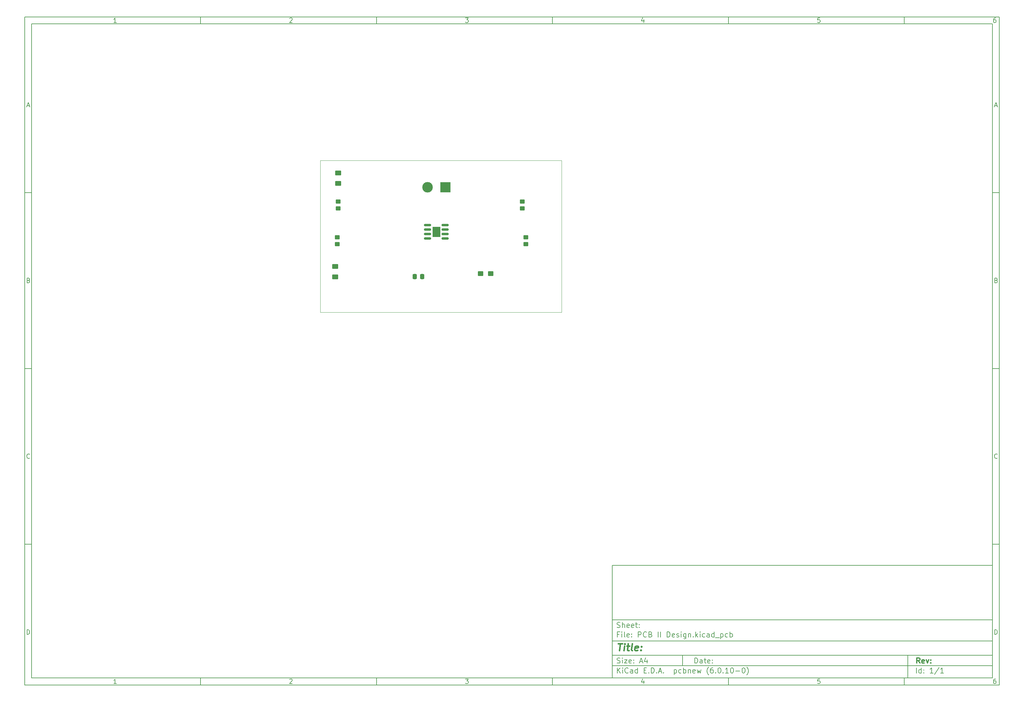
<source format=gbr>
%TF.GenerationSoftware,KiCad,Pcbnew,(6.0.10-0)*%
%TF.CreationDate,2023-02-24T22:40:58-08:00*%
%TF.ProjectId,PCB II Design,50434220-4949-4204-9465-7369676e2e6b,rev?*%
%TF.SameCoordinates,Original*%
%TF.FileFunction,Soldermask,Top*%
%TF.FilePolarity,Negative*%
%FSLAX46Y46*%
G04 Gerber Fmt 4.6, Leading zero omitted, Abs format (unit mm)*
G04 Created by KiCad (PCBNEW (6.0.10-0)) date 2023-02-24 22:40:58*
%MOMM*%
%LPD*%
G01*
G04 APERTURE LIST*
G04 Aperture macros list*
%AMRoundRect*
0 Rectangle with rounded corners*
0 $1 Rounding radius*
0 $2 $3 $4 $5 $6 $7 $8 $9 X,Y pos of 4 corners*
0 Add a 4 corners polygon primitive as box body*
4,1,4,$2,$3,$4,$5,$6,$7,$8,$9,$2,$3,0*
0 Add four circle primitives for the rounded corners*
1,1,$1+$1,$2,$3*
1,1,$1+$1,$4,$5*
1,1,$1+$1,$6,$7*
1,1,$1+$1,$8,$9*
0 Add four rect primitives between the rounded corners*
20,1,$1+$1,$2,$3,$4,$5,0*
20,1,$1+$1,$4,$5,$6,$7,0*
20,1,$1+$1,$6,$7,$8,$9,0*
20,1,$1+$1,$8,$9,$2,$3,0*%
G04 Aperture macros list end*
%ADD10C,0.100000*%
%ADD11C,0.150000*%
%ADD12C,0.300000*%
%ADD13C,0.400000*%
%TA.AperFunction,Profile*%
%ADD14C,0.100000*%
%TD*%
%ADD15RoundRect,0.250000X-0.450000X0.350000X-0.450000X-0.350000X0.450000X-0.350000X0.450000X0.350000X0*%
%ADD16RoundRect,0.250000X0.337500X0.475000X-0.337500X0.475000X-0.337500X-0.475000X0.337500X-0.475000X0*%
%ADD17RoundRect,0.250001X0.624999X-0.462499X0.624999X0.462499X-0.624999X0.462499X-0.624999X-0.462499X0*%
%ADD18RoundRect,0.150000X-0.825000X-0.150000X0.825000X-0.150000X0.825000X0.150000X-0.825000X0.150000X0*%
%ADD19R,2.290000X3.000000*%
%ADD20RoundRect,0.250000X0.537500X0.425000X-0.537500X0.425000X-0.537500X-0.425000X0.537500X-0.425000X0*%
%ADD21R,3.000000X3.000000*%
%ADD22C,3.000000*%
G04 APERTURE END LIST*
D10*
D11*
X177002200Y-166007200D02*
X177002200Y-198007200D01*
X285002200Y-198007200D01*
X285002200Y-166007200D01*
X177002200Y-166007200D01*
D10*
D11*
X10000000Y-10000000D02*
X10000000Y-200007200D01*
X287002200Y-200007200D01*
X287002200Y-10000000D01*
X10000000Y-10000000D01*
D10*
D11*
X12000000Y-12000000D02*
X12000000Y-198007200D01*
X285002200Y-198007200D01*
X285002200Y-12000000D01*
X12000000Y-12000000D01*
D10*
D11*
X60000000Y-12000000D02*
X60000000Y-10000000D01*
D10*
D11*
X110000000Y-12000000D02*
X110000000Y-10000000D01*
D10*
D11*
X160000000Y-12000000D02*
X160000000Y-10000000D01*
D10*
D11*
X210000000Y-12000000D02*
X210000000Y-10000000D01*
D10*
D11*
X260000000Y-12000000D02*
X260000000Y-10000000D01*
D10*
D11*
X36065476Y-11588095D02*
X35322619Y-11588095D01*
X35694047Y-11588095D02*
X35694047Y-10288095D01*
X35570238Y-10473809D01*
X35446428Y-10597619D01*
X35322619Y-10659523D01*
D10*
D11*
X85322619Y-10411904D02*
X85384523Y-10350000D01*
X85508333Y-10288095D01*
X85817857Y-10288095D01*
X85941666Y-10350000D01*
X86003571Y-10411904D01*
X86065476Y-10535714D01*
X86065476Y-10659523D01*
X86003571Y-10845238D01*
X85260714Y-11588095D01*
X86065476Y-11588095D01*
D10*
D11*
X135260714Y-10288095D02*
X136065476Y-10288095D01*
X135632142Y-10783333D01*
X135817857Y-10783333D01*
X135941666Y-10845238D01*
X136003571Y-10907142D01*
X136065476Y-11030952D01*
X136065476Y-11340476D01*
X136003571Y-11464285D01*
X135941666Y-11526190D01*
X135817857Y-11588095D01*
X135446428Y-11588095D01*
X135322619Y-11526190D01*
X135260714Y-11464285D01*
D10*
D11*
X185941666Y-10721428D02*
X185941666Y-11588095D01*
X185632142Y-10226190D02*
X185322619Y-11154761D01*
X186127380Y-11154761D01*
D10*
D11*
X236003571Y-10288095D02*
X235384523Y-10288095D01*
X235322619Y-10907142D01*
X235384523Y-10845238D01*
X235508333Y-10783333D01*
X235817857Y-10783333D01*
X235941666Y-10845238D01*
X236003571Y-10907142D01*
X236065476Y-11030952D01*
X236065476Y-11340476D01*
X236003571Y-11464285D01*
X235941666Y-11526190D01*
X235817857Y-11588095D01*
X235508333Y-11588095D01*
X235384523Y-11526190D01*
X235322619Y-11464285D01*
D10*
D11*
X285941666Y-10288095D02*
X285694047Y-10288095D01*
X285570238Y-10350000D01*
X285508333Y-10411904D01*
X285384523Y-10597619D01*
X285322619Y-10845238D01*
X285322619Y-11340476D01*
X285384523Y-11464285D01*
X285446428Y-11526190D01*
X285570238Y-11588095D01*
X285817857Y-11588095D01*
X285941666Y-11526190D01*
X286003571Y-11464285D01*
X286065476Y-11340476D01*
X286065476Y-11030952D01*
X286003571Y-10907142D01*
X285941666Y-10845238D01*
X285817857Y-10783333D01*
X285570238Y-10783333D01*
X285446428Y-10845238D01*
X285384523Y-10907142D01*
X285322619Y-11030952D01*
D10*
D11*
X60000000Y-198007200D02*
X60000000Y-200007200D01*
D10*
D11*
X110000000Y-198007200D02*
X110000000Y-200007200D01*
D10*
D11*
X160000000Y-198007200D02*
X160000000Y-200007200D01*
D10*
D11*
X210000000Y-198007200D02*
X210000000Y-200007200D01*
D10*
D11*
X260000000Y-198007200D02*
X260000000Y-200007200D01*
D10*
D11*
X36065476Y-199595295D02*
X35322619Y-199595295D01*
X35694047Y-199595295D02*
X35694047Y-198295295D01*
X35570238Y-198481009D01*
X35446428Y-198604819D01*
X35322619Y-198666723D01*
D10*
D11*
X85322619Y-198419104D02*
X85384523Y-198357200D01*
X85508333Y-198295295D01*
X85817857Y-198295295D01*
X85941666Y-198357200D01*
X86003571Y-198419104D01*
X86065476Y-198542914D01*
X86065476Y-198666723D01*
X86003571Y-198852438D01*
X85260714Y-199595295D01*
X86065476Y-199595295D01*
D10*
D11*
X135260714Y-198295295D02*
X136065476Y-198295295D01*
X135632142Y-198790533D01*
X135817857Y-198790533D01*
X135941666Y-198852438D01*
X136003571Y-198914342D01*
X136065476Y-199038152D01*
X136065476Y-199347676D01*
X136003571Y-199471485D01*
X135941666Y-199533390D01*
X135817857Y-199595295D01*
X135446428Y-199595295D01*
X135322619Y-199533390D01*
X135260714Y-199471485D01*
D10*
D11*
X185941666Y-198728628D02*
X185941666Y-199595295D01*
X185632142Y-198233390D02*
X185322619Y-199161961D01*
X186127380Y-199161961D01*
D10*
D11*
X236003571Y-198295295D02*
X235384523Y-198295295D01*
X235322619Y-198914342D01*
X235384523Y-198852438D01*
X235508333Y-198790533D01*
X235817857Y-198790533D01*
X235941666Y-198852438D01*
X236003571Y-198914342D01*
X236065476Y-199038152D01*
X236065476Y-199347676D01*
X236003571Y-199471485D01*
X235941666Y-199533390D01*
X235817857Y-199595295D01*
X235508333Y-199595295D01*
X235384523Y-199533390D01*
X235322619Y-199471485D01*
D10*
D11*
X285941666Y-198295295D02*
X285694047Y-198295295D01*
X285570238Y-198357200D01*
X285508333Y-198419104D01*
X285384523Y-198604819D01*
X285322619Y-198852438D01*
X285322619Y-199347676D01*
X285384523Y-199471485D01*
X285446428Y-199533390D01*
X285570238Y-199595295D01*
X285817857Y-199595295D01*
X285941666Y-199533390D01*
X286003571Y-199471485D01*
X286065476Y-199347676D01*
X286065476Y-199038152D01*
X286003571Y-198914342D01*
X285941666Y-198852438D01*
X285817857Y-198790533D01*
X285570238Y-198790533D01*
X285446428Y-198852438D01*
X285384523Y-198914342D01*
X285322619Y-199038152D01*
D10*
D11*
X10000000Y-60000000D02*
X12000000Y-60000000D01*
D10*
D11*
X10000000Y-110000000D02*
X12000000Y-110000000D01*
D10*
D11*
X10000000Y-160000000D02*
X12000000Y-160000000D01*
D10*
D11*
X10690476Y-35216666D02*
X11309523Y-35216666D01*
X10566666Y-35588095D02*
X11000000Y-34288095D01*
X11433333Y-35588095D01*
D10*
D11*
X11092857Y-84907142D02*
X11278571Y-84969047D01*
X11340476Y-85030952D01*
X11402380Y-85154761D01*
X11402380Y-85340476D01*
X11340476Y-85464285D01*
X11278571Y-85526190D01*
X11154761Y-85588095D01*
X10659523Y-85588095D01*
X10659523Y-84288095D01*
X11092857Y-84288095D01*
X11216666Y-84350000D01*
X11278571Y-84411904D01*
X11340476Y-84535714D01*
X11340476Y-84659523D01*
X11278571Y-84783333D01*
X11216666Y-84845238D01*
X11092857Y-84907142D01*
X10659523Y-84907142D01*
D10*
D11*
X11402380Y-135464285D02*
X11340476Y-135526190D01*
X11154761Y-135588095D01*
X11030952Y-135588095D01*
X10845238Y-135526190D01*
X10721428Y-135402380D01*
X10659523Y-135278571D01*
X10597619Y-135030952D01*
X10597619Y-134845238D01*
X10659523Y-134597619D01*
X10721428Y-134473809D01*
X10845238Y-134350000D01*
X11030952Y-134288095D01*
X11154761Y-134288095D01*
X11340476Y-134350000D01*
X11402380Y-134411904D01*
D10*
D11*
X10659523Y-185588095D02*
X10659523Y-184288095D01*
X10969047Y-184288095D01*
X11154761Y-184350000D01*
X11278571Y-184473809D01*
X11340476Y-184597619D01*
X11402380Y-184845238D01*
X11402380Y-185030952D01*
X11340476Y-185278571D01*
X11278571Y-185402380D01*
X11154761Y-185526190D01*
X10969047Y-185588095D01*
X10659523Y-185588095D01*
D10*
D11*
X287002200Y-60000000D02*
X285002200Y-60000000D01*
D10*
D11*
X287002200Y-110000000D02*
X285002200Y-110000000D01*
D10*
D11*
X287002200Y-160000000D02*
X285002200Y-160000000D01*
D10*
D11*
X285692676Y-35216666D02*
X286311723Y-35216666D01*
X285568866Y-35588095D02*
X286002200Y-34288095D01*
X286435533Y-35588095D01*
D10*
D11*
X286095057Y-84907142D02*
X286280771Y-84969047D01*
X286342676Y-85030952D01*
X286404580Y-85154761D01*
X286404580Y-85340476D01*
X286342676Y-85464285D01*
X286280771Y-85526190D01*
X286156961Y-85588095D01*
X285661723Y-85588095D01*
X285661723Y-84288095D01*
X286095057Y-84288095D01*
X286218866Y-84350000D01*
X286280771Y-84411904D01*
X286342676Y-84535714D01*
X286342676Y-84659523D01*
X286280771Y-84783333D01*
X286218866Y-84845238D01*
X286095057Y-84907142D01*
X285661723Y-84907142D01*
D10*
D11*
X286404580Y-135464285D02*
X286342676Y-135526190D01*
X286156961Y-135588095D01*
X286033152Y-135588095D01*
X285847438Y-135526190D01*
X285723628Y-135402380D01*
X285661723Y-135278571D01*
X285599819Y-135030952D01*
X285599819Y-134845238D01*
X285661723Y-134597619D01*
X285723628Y-134473809D01*
X285847438Y-134350000D01*
X286033152Y-134288095D01*
X286156961Y-134288095D01*
X286342676Y-134350000D01*
X286404580Y-134411904D01*
D10*
D11*
X285661723Y-185588095D02*
X285661723Y-184288095D01*
X285971247Y-184288095D01*
X286156961Y-184350000D01*
X286280771Y-184473809D01*
X286342676Y-184597619D01*
X286404580Y-184845238D01*
X286404580Y-185030952D01*
X286342676Y-185278571D01*
X286280771Y-185402380D01*
X286156961Y-185526190D01*
X285971247Y-185588095D01*
X285661723Y-185588095D01*
D10*
D11*
X200434342Y-193785771D02*
X200434342Y-192285771D01*
X200791485Y-192285771D01*
X201005771Y-192357200D01*
X201148628Y-192500057D01*
X201220057Y-192642914D01*
X201291485Y-192928628D01*
X201291485Y-193142914D01*
X201220057Y-193428628D01*
X201148628Y-193571485D01*
X201005771Y-193714342D01*
X200791485Y-193785771D01*
X200434342Y-193785771D01*
X202577200Y-193785771D02*
X202577200Y-193000057D01*
X202505771Y-192857200D01*
X202362914Y-192785771D01*
X202077200Y-192785771D01*
X201934342Y-192857200D01*
X202577200Y-193714342D02*
X202434342Y-193785771D01*
X202077200Y-193785771D01*
X201934342Y-193714342D01*
X201862914Y-193571485D01*
X201862914Y-193428628D01*
X201934342Y-193285771D01*
X202077200Y-193214342D01*
X202434342Y-193214342D01*
X202577200Y-193142914D01*
X203077200Y-192785771D02*
X203648628Y-192785771D01*
X203291485Y-192285771D02*
X203291485Y-193571485D01*
X203362914Y-193714342D01*
X203505771Y-193785771D01*
X203648628Y-193785771D01*
X204720057Y-193714342D02*
X204577200Y-193785771D01*
X204291485Y-193785771D01*
X204148628Y-193714342D01*
X204077200Y-193571485D01*
X204077200Y-193000057D01*
X204148628Y-192857200D01*
X204291485Y-192785771D01*
X204577200Y-192785771D01*
X204720057Y-192857200D01*
X204791485Y-193000057D01*
X204791485Y-193142914D01*
X204077200Y-193285771D01*
X205434342Y-193642914D02*
X205505771Y-193714342D01*
X205434342Y-193785771D01*
X205362914Y-193714342D01*
X205434342Y-193642914D01*
X205434342Y-193785771D01*
X205434342Y-192857200D02*
X205505771Y-192928628D01*
X205434342Y-193000057D01*
X205362914Y-192928628D01*
X205434342Y-192857200D01*
X205434342Y-193000057D01*
D10*
D11*
X177002200Y-194507200D02*
X285002200Y-194507200D01*
D10*
D11*
X178434342Y-196585771D02*
X178434342Y-195085771D01*
X179291485Y-196585771D02*
X178648628Y-195728628D01*
X179291485Y-195085771D02*
X178434342Y-195942914D01*
X179934342Y-196585771D02*
X179934342Y-195585771D01*
X179934342Y-195085771D02*
X179862914Y-195157200D01*
X179934342Y-195228628D01*
X180005771Y-195157200D01*
X179934342Y-195085771D01*
X179934342Y-195228628D01*
X181505771Y-196442914D02*
X181434342Y-196514342D01*
X181220057Y-196585771D01*
X181077200Y-196585771D01*
X180862914Y-196514342D01*
X180720057Y-196371485D01*
X180648628Y-196228628D01*
X180577200Y-195942914D01*
X180577200Y-195728628D01*
X180648628Y-195442914D01*
X180720057Y-195300057D01*
X180862914Y-195157200D01*
X181077200Y-195085771D01*
X181220057Y-195085771D01*
X181434342Y-195157200D01*
X181505771Y-195228628D01*
X182791485Y-196585771D02*
X182791485Y-195800057D01*
X182720057Y-195657200D01*
X182577200Y-195585771D01*
X182291485Y-195585771D01*
X182148628Y-195657200D01*
X182791485Y-196514342D02*
X182648628Y-196585771D01*
X182291485Y-196585771D01*
X182148628Y-196514342D01*
X182077200Y-196371485D01*
X182077200Y-196228628D01*
X182148628Y-196085771D01*
X182291485Y-196014342D01*
X182648628Y-196014342D01*
X182791485Y-195942914D01*
X184148628Y-196585771D02*
X184148628Y-195085771D01*
X184148628Y-196514342D02*
X184005771Y-196585771D01*
X183720057Y-196585771D01*
X183577200Y-196514342D01*
X183505771Y-196442914D01*
X183434342Y-196300057D01*
X183434342Y-195871485D01*
X183505771Y-195728628D01*
X183577200Y-195657200D01*
X183720057Y-195585771D01*
X184005771Y-195585771D01*
X184148628Y-195657200D01*
X186005771Y-195800057D02*
X186505771Y-195800057D01*
X186720057Y-196585771D02*
X186005771Y-196585771D01*
X186005771Y-195085771D01*
X186720057Y-195085771D01*
X187362914Y-196442914D02*
X187434342Y-196514342D01*
X187362914Y-196585771D01*
X187291485Y-196514342D01*
X187362914Y-196442914D01*
X187362914Y-196585771D01*
X188077200Y-196585771D02*
X188077200Y-195085771D01*
X188434342Y-195085771D01*
X188648628Y-195157200D01*
X188791485Y-195300057D01*
X188862914Y-195442914D01*
X188934342Y-195728628D01*
X188934342Y-195942914D01*
X188862914Y-196228628D01*
X188791485Y-196371485D01*
X188648628Y-196514342D01*
X188434342Y-196585771D01*
X188077200Y-196585771D01*
X189577200Y-196442914D02*
X189648628Y-196514342D01*
X189577200Y-196585771D01*
X189505771Y-196514342D01*
X189577200Y-196442914D01*
X189577200Y-196585771D01*
X190220057Y-196157200D02*
X190934342Y-196157200D01*
X190077200Y-196585771D02*
X190577200Y-195085771D01*
X191077200Y-196585771D01*
X191577200Y-196442914D02*
X191648628Y-196514342D01*
X191577200Y-196585771D01*
X191505771Y-196514342D01*
X191577200Y-196442914D01*
X191577200Y-196585771D01*
X194577200Y-195585771D02*
X194577200Y-197085771D01*
X194577200Y-195657200D02*
X194720057Y-195585771D01*
X195005771Y-195585771D01*
X195148628Y-195657200D01*
X195220057Y-195728628D01*
X195291485Y-195871485D01*
X195291485Y-196300057D01*
X195220057Y-196442914D01*
X195148628Y-196514342D01*
X195005771Y-196585771D01*
X194720057Y-196585771D01*
X194577200Y-196514342D01*
X196577200Y-196514342D02*
X196434342Y-196585771D01*
X196148628Y-196585771D01*
X196005771Y-196514342D01*
X195934342Y-196442914D01*
X195862914Y-196300057D01*
X195862914Y-195871485D01*
X195934342Y-195728628D01*
X196005771Y-195657200D01*
X196148628Y-195585771D01*
X196434342Y-195585771D01*
X196577200Y-195657200D01*
X197220057Y-196585771D02*
X197220057Y-195085771D01*
X197220057Y-195657200D02*
X197362914Y-195585771D01*
X197648628Y-195585771D01*
X197791485Y-195657200D01*
X197862914Y-195728628D01*
X197934342Y-195871485D01*
X197934342Y-196300057D01*
X197862914Y-196442914D01*
X197791485Y-196514342D01*
X197648628Y-196585771D01*
X197362914Y-196585771D01*
X197220057Y-196514342D01*
X198577200Y-195585771D02*
X198577200Y-196585771D01*
X198577200Y-195728628D02*
X198648628Y-195657200D01*
X198791485Y-195585771D01*
X199005771Y-195585771D01*
X199148628Y-195657200D01*
X199220057Y-195800057D01*
X199220057Y-196585771D01*
X200505771Y-196514342D02*
X200362914Y-196585771D01*
X200077200Y-196585771D01*
X199934342Y-196514342D01*
X199862914Y-196371485D01*
X199862914Y-195800057D01*
X199934342Y-195657200D01*
X200077200Y-195585771D01*
X200362914Y-195585771D01*
X200505771Y-195657200D01*
X200577200Y-195800057D01*
X200577200Y-195942914D01*
X199862914Y-196085771D01*
X201077200Y-195585771D02*
X201362914Y-196585771D01*
X201648628Y-195871485D01*
X201934342Y-196585771D01*
X202220057Y-195585771D01*
X204362914Y-197157200D02*
X204291485Y-197085771D01*
X204148628Y-196871485D01*
X204077200Y-196728628D01*
X204005771Y-196514342D01*
X203934342Y-196157200D01*
X203934342Y-195871485D01*
X204005771Y-195514342D01*
X204077200Y-195300057D01*
X204148628Y-195157200D01*
X204291485Y-194942914D01*
X204362914Y-194871485D01*
X205577200Y-195085771D02*
X205291485Y-195085771D01*
X205148628Y-195157200D01*
X205077200Y-195228628D01*
X204934342Y-195442914D01*
X204862914Y-195728628D01*
X204862914Y-196300057D01*
X204934342Y-196442914D01*
X205005771Y-196514342D01*
X205148628Y-196585771D01*
X205434342Y-196585771D01*
X205577200Y-196514342D01*
X205648628Y-196442914D01*
X205720057Y-196300057D01*
X205720057Y-195942914D01*
X205648628Y-195800057D01*
X205577200Y-195728628D01*
X205434342Y-195657200D01*
X205148628Y-195657200D01*
X205005771Y-195728628D01*
X204934342Y-195800057D01*
X204862914Y-195942914D01*
X206362914Y-196442914D02*
X206434342Y-196514342D01*
X206362914Y-196585771D01*
X206291485Y-196514342D01*
X206362914Y-196442914D01*
X206362914Y-196585771D01*
X207362914Y-195085771D02*
X207505771Y-195085771D01*
X207648628Y-195157200D01*
X207720057Y-195228628D01*
X207791485Y-195371485D01*
X207862914Y-195657200D01*
X207862914Y-196014342D01*
X207791485Y-196300057D01*
X207720057Y-196442914D01*
X207648628Y-196514342D01*
X207505771Y-196585771D01*
X207362914Y-196585771D01*
X207220057Y-196514342D01*
X207148628Y-196442914D01*
X207077200Y-196300057D01*
X207005771Y-196014342D01*
X207005771Y-195657200D01*
X207077200Y-195371485D01*
X207148628Y-195228628D01*
X207220057Y-195157200D01*
X207362914Y-195085771D01*
X208505771Y-196442914D02*
X208577200Y-196514342D01*
X208505771Y-196585771D01*
X208434342Y-196514342D01*
X208505771Y-196442914D01*
X208505771Y-196585771D01*
X210005771Y-196585771D02*
X209148628Y-196585771D01*
X209577200Y-196585771D02*
X209577200Y-195085771D01*
X209434342Y-195300057D01*
X209291485Y-195442914D01*
X209148628Y-195514342D01*
X210934342Y-195085771D02*
X211077200Y-195085771D01*
X211220057Y-195157200D01*
X211291485Y-195228628D01*
X211362914Y-195371485D01*
X211434342Y-195657200D01*
X211434342Y-196014342D01*
X211362914Y-196300057D01*
X211291485Y-196442914D01*
X211220057Y-196514342D01*
X211077200Y-196585771D01*
X210934342Y-196585771D01*
X210791485Y-196514342D01*
X210720057Y-196442914D01*
X210648628Y-196300057D01*
X210577200Y-196014342D01*
X210577200Y-195657200D01*
X210648628Y-195371485D01*
X210720057Y-195228628D01*
X210791485Y-195157200D01*
X210934342Y-195085771D01*
X212077200Y-196014342D02*
X213220057Y-196014342D01*
X214220057Y-195085771D02*
X214362914Y-195085771D01*
X214505771Y-195157200D01*
X214577200Y-195228628D01*
X214648628Y-195371485D01*
X214720057Y-195657200D01*
X214720057Y-196014342D01*
X214648628Y-196300057D01*
X214577200Y-196442914D01*
X214505771Y-196514342D01*
X214362914Y-196585771D01*
X214220057Y-196585771D01*
X214077200Y-196514342D01*
X214005771Y-196442914D01*
X213934342Y-196300057D01*
X213862914Y-196014342D01*
X213862914Y-195657200D01*
X213934342Y-195371485D01*
X214005771Y-195228628D01*
X214077200Y-195157200D01*
X214220057Y-195085771D01*
X215220057Y-197157200D02*
X215291485Y-197085771D01*
X215434342Y-196871485D01*
X215505771Y-196728628D01*
X215577200Y-196514342D01*
X215648628Y-196157200D01*
X215648628Y-195871485D01*
X215577200Y-195514342D01*
X215505771Y-195300057D01*
X215434342Y-195157200D01*
X215291485Y-194942914D01*
X215220057Y-194871485D01*
D10*
D11*
X177002200Y-191507200D02*
X285002200Y-191507200D01*
D10*
D12*
X264411485Y-193785771D02*
X263911485Y-193071485D01*
X263554342Y-193785771D02*
X263554342Y-192285771D01*
X264125771Y-192285771D01*
X264268628Y-192357200D01*
X264340057Y-192428628D01*
X264411485Y-192571485D01*
X264411485Y-192785771D01*
X264340057Y-192928628D01*
X264268628Y-193000057D01*
X264125771Y-193071485D01*
X263554342Y-193071485D01*
X265625771Y-193714342D02*
X265482914Y-193785771D01*
X265197200Y-193785771D01*
X265054342Y-193714342D01*
X264982914Y-193571485D01*
X264982914Y-193000057D01*
X265054342Y-192857200D01*
X265197200Y-192785771D01*
X265482914Y-192785771D01*
X265625771Y-192857200D01*
X265697200Y-193000057D01*
X265697200Y-193142914D01*
X264982914Y-193285771D01*
X266197200Y-192785771D02*
X266554342Y-193785771D01*
X266911485Y-192785771D01*
X267482914Y-193642914D02*
X267554342Y-193714342D01*
X267482914Y-193785771D01*
X267411485Y-193714342D01*
X267482914Y-193642914D01*
X267482914Y-193785771D01*
X267482914Y-192857200D02*
X267554342Y-192928628D01*
X267482914Y-193000057D01*
X267411485Y-192928628D01*
X267482914Y-192857200D01*
X267482914Y-193000057D01*
D10*
D11*
X178362914Y-193714342D02*
X178577200Y-193785771D01*
X178934342Y-193785771D01*
X179077200Y-193714342D01*
X179148628Y-193642914D01*
X179220057Y-193500057D01*
X179220057Y-193357200D01*
X179148628Y-193214342D01*
X179077200Y-193142914D01*
X178934342Y-193071485D01*
X178648628Y-193000057D01*
X178505771Y-192928628D01*
X178434342Y-192857200D01*
X178362914Y-192714342D01*
X178362914Y-192571485D01*
X178434342Y-192428628D01*
X178505771Y-192357200D01*
X178648628Y-192285771D01*
X179005771Y-192285771D01*
X179220057Y-192357200D01*
X179862914Y-193785771D02*
X179862914Y-192785771D01*
X179862914Y-192285771D02*
X179791485Y-192357200D01*
X179862914Y-192428628D01*
X179934342Y-192357200D01*
X179862914Y-192285771D01*
X179862914Y-192428628D01*
X180434342Y-192785771D02*
X181220057Y-192785771D01*
X180434342Y-193785771D01*
X181220057Y-193785771D01*
X182362914Y-193714342D02*
X182220057Y-193785771D01*
X181934342Y-193785771D01*
X181791485Y-193714342D01*
X181720057Y-193571485D01*
X181720057Y-193000057D01*
X181791485Y-192857200D01*
X181934342Y-192785771D01*
X182220057Y-192785771D01*
X182362914Y-192857200D01*
X182434342Y-193000057D01*
X182434342Y-193142914D01*
X181720057Y-193285771D01*
X183077200Y-193642914D02*
X183148628Y-193714342D01*
X183077200Y-193785771D01*
X183005771Y-193714342D01*
X183077200Y-193642914D01*
X183077200Y-193785771D01*
X183077200Y-192857200D02*
X183148628Y-192928628D01*
X183077200Y-193000057D01*
X183005771Y-192928628D01*
X183077200Y-192857200D01*
X183077200Y-193000057D01*
X184862914Y-193357200D02*
X185577200Y-193357200D01*
X184720057Y-193785771D02*
X185220057Y-192285771D01*
X185720057Y-193785771D01*
X186862914Y-192785771D02*
X186862914Y-193785771D01*
X186505771Y-192214342D02*
X186148628Y-193285771D01*
X187077200Y-193285771D01*
D10*
D11*
X263434342Y-196585771D02*
X263434342Y-195085771D01*
X264791485Y-196585771D02*
X264791485Y-195085771D01*
X264791485Y-196514342D02*
X264648628Y-196585771D01*
X264362914Y-196585771D01*
X264220057Y-196514342D01*
X264148628Y-196442914D01*
X264077200Y-196300057D01*
X264077200Y-195871485D01*
X264148628Y-195728628D01*
X264220057Y-195657200D01*
X264362914Y-195585771D01*
X264648628Y-195585771D01*
X264791485Y-195657200D01*
X265505771Y-196442914D02*
X265577200Y-196514342D01*
X265505771Y-196585771D01*
X265434342Y-196514342D01*
X265505771Y-196442914D01*
X265505771Y-196585771D01*
X265505771Y-195657200D02*
X265577200Y-195728628D01*
X265505771Y-195800057D01*
X265434342Y-195728628D01*
X265505771Y-195657200D01*
X265505771Y-195800057D01*
X268148628Y-196585771D02*
X267291485Y-196585771D01*
X267720057Y-196585771D02*
X267720057Y-195085771D01*
X267577200Y-195300057D01*
X267434342Y-195442914D01*
X267291485Y-195514342D01*
X269862914Y-195014342D02*
X268577200Y-196942914D01*
X271148628Y-196585771D02*
X270291485Y-196585771D01*
X270720057Y-196585771D02*
X270720057Y-195085771D01*
X270577200Y-195300057D01*
X270434342Y-195442914D01*
X270291485Y-195514342D01*
D10*
D11*
X177002200Y-187507200D02*
X285002200Y-187507200D01*
D10*
D13*
X178714580Y-188211961D02*
X179857438Y-188211961D01*
X179036009Y-190211961D02*
X179286009Y-188211961D01*
X180274104Y-190211961D02*
X180440771Y-188878628D01*
X180524104Y-188211961D02*
X180416961Y-188307200D01*
X180500295Y-188402438D01*
X180607438Y-188307200D01*
X180524104Y-188211961D01*
X180500295Y-188402438D01*
X181107438Y-188878628D02*
X181869342Y-188878628D01*
X181476485Y-188211961D02*
X181262200Y-189926247D01*
X181333628Y-190116723D01*
X181512200Y-190211961D01*
X181702676Y-190211961D01*
X182655057Y-190211961D02*
X182476485Y-190116723D01*
X182405057Y-189926247D01*
X182619342Y-188211961D01*
X184190771Y-190116723D02*
X183988390Y-190211961D01*
X183607438Y-190211961D01*
X183428866Y-190116723D01*
X183357438Y-189926247D01*
X183452676Y-189164342D01*
X183571723Y-188973866D01*
X183774104Y-188878628D01*
X184155057Y-188878628D01*
X184333628Y-188973866D01*
X184405057Y-189164342D01*
X184381247Y-189354819D01*
X183405057Y-189545295D01*
X185155057Y-190021485D02*
X185238390Y-190116723D01*
X185131247Y-190211961D01*
X185047914Y-190116723D01*
X185155057Y-190021485D01*
X185131247Y-190211961D01*
X185286009Y-188973866D02*
X185369342Y-189069104D01*
X185262200Y-189164342D01*
X185178866Y-189069104D01*
X185286009Y-188973866D01*
X185262200Y-189164342D01*
D10*
D11*
X178934342Y-185600057D02*
X178434342Y-185600057D01*
X178434342Y-186385771D02*
X178434342Y-184885771D01*
X179148628Y-184885771D01*
X179720057Y-186385771D02*
X179720057Y-185385771D01*
X179720057Y-184885771D02*
X179648628Y-184957200D01*
X179720057Y-185028628D01*
X179791485Y-184957200D01*
X179720057Y-184885771D01*
X179720057Y-185028628D01*
X180648628Y-186385771D02*
X180505771Y-186314342D01*
X180434342Y-186171485D01*
X180434342Y-184885771D01*
X181791485Y-186314342D02*
X181648628Y-186385771D01*
X181362914Y-186385771D01*
X181220057Y-186314342D01*
X181148628Y-186171485D01*
X181148628Y-185600057D01*
X181220057Y-185457200D01*
X181362914Y-185385771D01*
X181648628Y-185385771D01*
X181791485Y-185457200D01*
X181862914Y-185600057D01*
X181862914Y-185742914D01*
X181148628Y-185885771D01*
X182505771Y-186242914D02*
X182577200Y-186314342D01*
X182505771Y-186385771D01*
X182434342Y-186314342D01*
X182505771Y-186242914D01*
X182505771Y-186385771D01*
X182505771Y-185457200D02*
X182577200Y-185528628D01*
X182505771Y-185600057D01*
X182434342Y-185528628D01*
X182505771Y-185457200D01*
X182505771Y-185600057D01*
X184362914Y-186385771D02*
X184362914Y-184885771D01*
X184934342Y-184885771D01*
X185077200Y-184957200D01*
X185148628Y-185028628D01*
X185220057Y-185171485D01*
X185220057Y-185385771D01*
X185148628Y-185528628D01*
X185077200Y-185600057D01*
X184934342Y-185671485D01*
X184362914Y-185671485D01*
X186720057Y-186242914D02*
X186648628Y-186314342D01*
X186434342Y-186385771D01*
X186291485Y-186385771D01*
X186077200Y-186314342D01*
X185934342Y-186171485D01*
X185862914Y-186028628D01*
X185791485Y-185742914D01*
X185791485Y-185528628D01*
X185862914Y-185242914D01*
X185934342Y-185100057D01*
X186077200Y-184957200D01*
X186291485Y-184885771D01*
X186434342Y-184885771D01*
X186648628Y-184957200D01*
X186720057Y-185028628D01*
X187862914Y-185600057D02*
X188077200Y-185671485D01*
X188148628Y-185742914D01*
X188220057Y-185885771D01*
X188220057Y-186100057D01*
X188148628Y-186242914D01*
X188077200Y-186314342D01*
X187934342Y-186385771D01*
X187362914Y-186385771D01*
X187362914Y-184885771D01*
X187862914Y-184885771D01*
X188005771Y-184957200D01*
X188077200Y-185028628D01*
X188148628Y-185171485D01*
X188148628Y-185314342D01*
X188077200Y-185457200D01*
X188005771Y-185528628D01*
X187862914Y-185600057D01*
X187362914Y-185600057D01*
X190005771Y-186385771D02*
X190005771Y-184885771D01*
X190720057Y-186385771D02*
X190720057Y-184885771D01*
X192577200Y-186385771D02*
X192577200Y-184885771D01*
X192934342Y-184885771D01*
X193148628Y-184957200D01*
X193291485Y-185100057D01*
X193362914Y-185242914D01*
X193434342Y-185528628D01*
X193434342Y-185742914D01*
X193362914Y-186028628D01*
X193291485Y-186171485D01*
X193148628Y-186314342D01*
X192934342Y-186385771D01*
X192577200Y-186385771D01*
X194648628Y-186314342D02*
X194505771Y-186385771D01*
X194220057Y-186385771D01*
X194077200Y-186314342D01*
X194005771Y-186171485D01*
X194005771Y-185600057D01*
X194077200Y-185457200D01*
X194220057Y-185385771D01*
X194505771Y-185385771D01*
X194648628Y-185457200D01*
X194720057Y-185600057D01*
X194720057Y-185742914D01*
X194005771Y-185885771D01*
X195291485Y-186314342D02*
X195434342Y-186385771D01*
X195720057Y-186385771D01*
X195862914Y-186314342D01*
X195934342Y-186171485D01*
X195934342Y-186100057D01*
X195862914Y-185957200D01*
X195720057Y-185885771D01*
X195505771Y-185885771D01*
X195362914Y-185814342D01*
X195291485Y-185671485D01*
X195291485Y-185600057D01*
X195362914Y-185457200D01*
X195505771Y-185385771D01*
X195720057Y-185385771D01*
X195862914Y-185457200D01*
X196577200Y-186385771D02*
X196577200Y-185385771D01*
X196577200Y-184885771D02*
X196505771Y-184957200D01*
X196577200Y-185028628D01*
X196648628Y-184957200D01*
X196577200Y-184885771D01*
X196577200Y-185028628D01*
X197934342Y-185385771D02*
X197934342Y-186600057D01*
X197862914Y-186742914D01*
X197791485Y-186814342D01*
X197648628Y-186885771D01*
X197434342Y-186885771D01*
X197291485Y-186814342D01*
X197934342Y-186314342D02*
X197791485Y-186385771D01*
X197505771Y-186385771D01*
X197362914Y-186314342D01*
X197291485Y-186242914D01*
X197220057Y-186100057D01*
X197220057Y-185671485D01*
X197291485Y-185528628D01*
X197362914Y-185457200D01*
X197505771Y-185385771D01*
X197791485Y-185385771D01*
X197934342Y-185457200D01*
X198648628Y-185385771D02*
X198648628Y-186385771D01*
X198648628Y-185528628D02*
X198720057Y-185457200D01*
X198862914Y-185385771D01*
X199077200Y-185385771D01*
X199220057Y-185457200D01*
X199291485Y-185600057D01*
X199291485Y-186385771D01*
X200005771Y-186242914D02*
X200077200Y-186314342D01*
X200005771Y-186385771D01*
X199934342Y-186314342D01*
X200005771Y-186242914D01*
X200005771Y-186385771D01*
X200720057Y-186385771D02*
X200720057Y-184885771D01*
X200862914Y-185814342D02*
X201291485Y-186385771D01*
X201291485Y-185385771D02*
X200720057Y-185957200D01*
X201934342Y-186385771D02*
X201934342Y-185385771D01*
X201934342Y-184885771D02*
X201862914Y-184957200D01*
X201934342Y-185028628D01*
X202005771Y-184957200D01*
X201934342Y-184885771D01*
X201934342Y-185028628D01*
X203291485Y-186314342D02*
X203148628Y-186385771D01*
X202862914Y-186385771D01*
X202720057Y-186314342D01*
X202648628Y-186242914D01*
X202577200Y-186100057D01*
X202577200Y-185671485D01*
X202648628Y-185528628D01*
X202720057Y-185457200D01*
X202862914Y-185385771D01*
X203148628Y-185385771D01*
X203291485Y-185457200D01*
X204577200Y-186385771D02*
X204577200Y-185600057D01*
X204505771Y-185457200D01*
X204362914Y-185385771D01*
X204077200Y-185385771D01*
X203934342Y-185457200D01*
X204577200Y-186314342D02*
X204434342Y-186385771D01*
X204077200Y-186385771D01*
X203934342Y-186314342D01*
X203862914Y-186171485D01*
X203862914Y-186028628D01*
X203934342Y-185885771D01*
X204077200Y-185814342D01*
X204434342Y-185814342D01*
X204577200Y-185742914D01*
X205934342Y-186385771D02*
X205934342Y-184885771D01*
X205934342Y-186314342D02*
X205791485Y-186385771D01*
X205505771Y-186385771D01*
X205362914Y-186314342D01*
X205291485Y-186242914D01*
X205220057Y-186100057D01*
X205220057Y-185671485D01*
X205291485Y-185528628D01*
X205362914Y-185457200D01*
X205505771Y-185385771D01*
X205791485Y-185385771D01*
X205934342Y-185457200D01*
X206291485Y-186528628D02*
X207434342Y-186528628D01*
X207791485Y-185385771D02*
X207791485Y-186885771D01*
X207791485Y-185457200D02*
X207934342Y-185385771D01*
X208220057Y-185385771D01*
X208362914Y-185457200D01*
X208434342Y-185528628D01*
X208505771Y-185671485D01*
X208505771Y-186100057D01*
X208434342Y-186242914D01*
X208362914Y-186314342D01*
X208220057Y-186385771D01*
X207934342Y-186385771D01*
X207791485Y-186314342D01*
X209791485Y-186314342D02*
X209648628Y-186385771D01*
X209362914Y-186385771D01*
X209220057Y-186314342D01*
X209148628Y-186242914D01*
X209077200Y-186100057D01*
X209077200Y-185671485D01*
X209148628Y-185528628D01*
X209220057Y-185457200D01*
X209362914Y-185385771D01*
X209648628Y-185385771D01*
X209791485Y-185457200D01*
X210434342Y-186385771D02*
X210434342Y-184885771D01*
X210434342Y-185457200D02*
X210577200Y-185385771D01*
X210862914Y-185385771D01*
X211005771Y-185457200D01*
X211077200Y-185528628D01*
X211148628Y-185671485D01*
X211148628Y-186100057D01*
X211077200Y-186242914D01*
X211005771Y-186314342D01*
X210862914Y-186385771D01*
X210577200Y-186385771D01*
X210434342Y-186314342D01*
D10*
D11*
X177002200Y-181507200D02*
X285002200Y-181507200D01*
D10*
D11*
X178362914Y-183614342D02*
X178577200Y-183685771D01*
X178934342Y-183685771D01*
X179077200Y-183614342D01*
X179148628Y-183542914D01*
X179220057Y-183400057D01*
X179220057Y-183257200D01*
X179148628Y-183114342D01*
X179077200Y-183042914D01*
X178934342Y-182971485D01*
X178648628Y-182900057D01*
X178505771Y-182828628D01*
X178434342Y-182757200D01*
X178362914Y-182614342D01*
X178362914Y-182471485D01*
X178434342Y-182328628D01*
X178505771Y-182257200D01*
X178648628Y-182185771D01*
X179005771Y-182185771D01*
X179220057Y-182257200D01*
X179862914Y-183685771D02*
X179862914Y-182185771D01*
X180505771Y-183685771D02*
X180505771Y-182900057D01*
X180434342Y-182757200D01*
X180291485Y-182685771D01*
X180077200Y-182685771D01*
X179934342Y-182757200D01*
X179862914Y-182828628D01*
X181791485Y-183614342D02*
X181648628Y-183685771D01*
X181362914Y-183685771D01*
X181220057Y-183614342D01*
X181148628Y-183471485D01*
X181148628Y-182900057D01*
X181220057Y-182757200D01*
X181362914Y-182685771D01*
X181648628Y-182685771D01*
X181791485Y-182757200D01*
X181862914Y-182900057D01*
X181862914Y-183042914D01*
X181148628Y-183185771D01*
X183077200Y-183614342D02*
X182934342Y-183685771D01*
X182648628Y-183685771D01*
X182505771Y-183614342D01*
X182434342Y-183471485D01*
X182434342Y-182900057D01*
X182505771Y-182757200D01*
X182648628Y-182685771D01*
X182934342Y-182685771D01*
X183077200Y-182757200D01*
X183148628Y-182900057D01*
X183148628Y-183042914D01*
X182434342Y-183185771D01*
X183577200Y-182685771D02*
X184148628Y-182685771D01*
X183791485Y-182185771D02*
X183791485Y-183471485D01*
X183862914Y-183614342D01*
X184005771Y-183685771D01*
X184148628Y-183685771D01*
X184648628Y-183542914D02*
X184720057Y-183614342D01*
X184648628Y-183685771D01*
X184577200Y-183614342D01*
X184648628Y-183542914D01*
X184648628Y-183685771D01*
X184648628Y-182757200D02*
X184720057Y-182828628D01*
X184648628Y-182900057D01*
X184577200Y-182828628D01*
X184648628Y-182757200D01*
X184648628Y-182900057D01*
D10*
D12*
D10*
D11*
D10*
D11*
D10*
D11*
D10*
D11*
D10*
D11*
X197002200Y-191507200D02*
X197002200Y-194507200D01*
D10*
D11*
X261002200Y-191507200D02*
X261002200Y-198007200D01*
D14*
X93980000Y-50800000D02*
X162560000Y-50800000D01*
X162560000Y-50800000D02*
X162560000Y-93980000D01*
X162560000Y-93980000D02*
X93980000Y-93980000D01*
X93980000Y-93980000D02*
X93980000Y-50800000D01*
D15*
%TO.C,R3*%
X151400000Y-62500000D03*
X151400000Y-64500000D03*
%TD*%
%TO.C,R1*%
X99060000Y-62500000D03*
X99060000Y-64500000D03*
%TD*%
D16*
%TO.C,C1*%
X122957500Y-83820000D03*
X120882500Y-83820000D03*
%TD*%
D17*
%TO.C,D2*%
X98260000Y-83967500D03*
X98260000Y-80992500D03*
%TD*%
%TO.C,D1*%
X99060000Y-57367500D03*
X99060000Y-54392500D03*
%TD*%
D18*
%TO.C,U1*%
X124525000Y-69215000D03*
X124525000Y-70485000D03*
X124525000Y-71755000D03*
X124525000Y-73025000D03*
X129475000Y-73025000D03*
X129475000Y-71755000D03*
X129475000Y-70485000D03*
X129475000Y-69215000D03*
D19*
X127000000Y-71120000D03*
%TD*%
D15*
%TO.C,R2*%
X98810000Y-72660000D03*
X98810000Y-74660000D03*
%TD*%
D20*
%TO.C,C2*%
X142412500Y-83020000D03*
X139537500Y-83020000D03*
%TD*%
D15*
%TO.C,R4*%
X152400000Y-72660000D03*
X152400000Y-74660000D03*
%TD*%
D21*
%TO.C,J1*%
X129540000Y-58420000D03*
D22*
X124460000Y-58420000D03*
%TD*%
M02*

</source>
